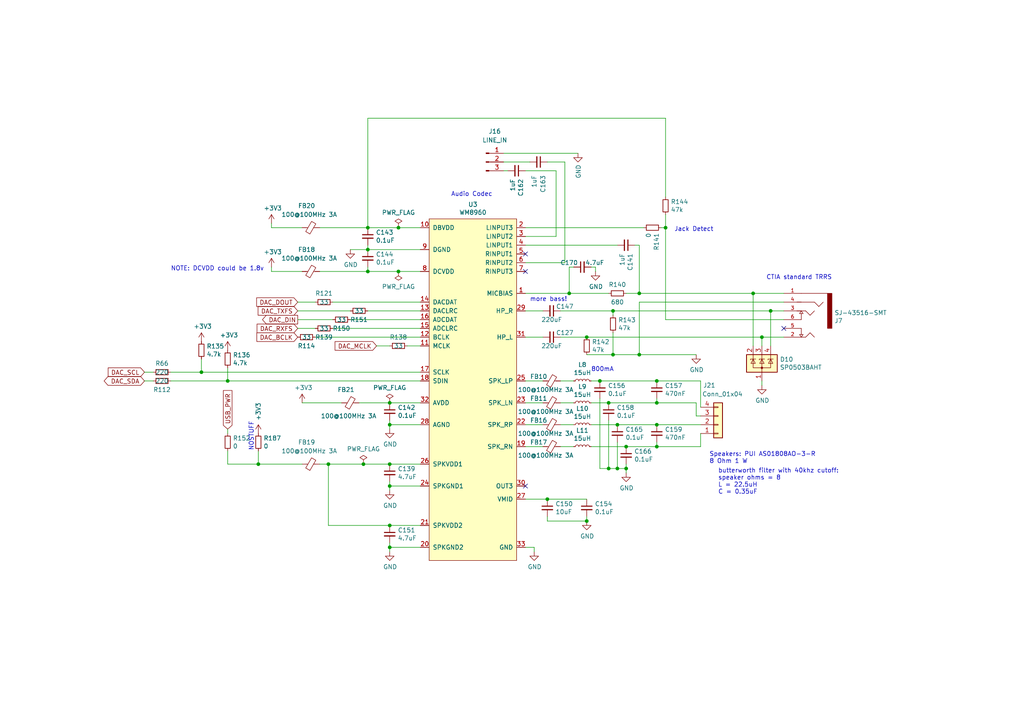
<source format=kicad_sch>
(kicad_sch (version 20211123) (generator eeschema)
  (paper "A4")
  (title_block (title "Reform 2 Audio") (date "2022-10-12") (rev "2.5D-1") (company "MNT Research GmbH") (comment 1 "https://mntre.com") (comment 2 "Engineer: Lukas F. Hartmann") (comment 3 "License: CERN-OHL-S 2.0"))
  (lib_symbols
    (symbol "Connector:Conn_01x03_Male" (pin_names (offset 1.016) hide)
      (property "Reference" "J" (at 0 5.08 0))
      (property "Value" "Conn_01x03_Male" (at 0 -5.08 0))
      (symbol "Conn_01x03_Male_1_1"
        (polyline (pts (xy 1.27 -2.54) (xy 0.8636 -2.54)) (stroke (width 0.1524)))
        (polyline (pts (xy 1.27 0) (xy 0.8636 0)) (stroke (width 0.1524)))
        (polyline (pts (xy 1.27 2.54) (xy 0.8636 2.54)) (stroke (width 0.1524)))
        (rectangle (start 0.8636 -2.413) (end 0 -2.667) (stroke (width 0.1524)) (fill (type outline)))
        (rectangle (start 0.8636 0.127) (end 0 -0.127) (stroke (width 0.1524)) (fill (type outline)))
        (rectangle (start 0.8636 2.667) (end 0 2.413) (stroke (width 0.1524)) (fill (type outline)))
        (pin passive line (at 5.08 2.54 180) (length 3.81) (name "Pin_1") (number "1"))
        (pin passive line (at 5.08 0 180) (length 3.81) (name "Pin_2") (number "2"))
        (pin passive line (at 5.08 -2.54 180) (length 3.81) (name "Pin_3") (number "3"))
      )
    )
    (symbol "Connector_Generic:Conn_01x04" (pin_names (offset 1.016) hide)
      (property "Reference" "J" (at 0 5.08 0))
      (property "Value" "Conn_01x04" (at 0 -7.62 0))
      (symbol "Conn_01x04_1_1"
        (rectangle (start -1.27 -4.953) (end 0 -5.207) (stroke (width 0.1524)))
        (rectangle (start -1.27 -2.413) (end 0 -2.667) (stroke (width 0.1524)))
        (rectangle (start -1.27 0.127) (end 0 -0.127) (stroke (width 0.1524)))
        (rectangle (start -1.27 2.667) (end 0 2.413) (stroke (width 0.1524)))
        (rectangle (start -1.27 3.81) (end 1.27 -6.35) (stroke (width 0.254)) (fill (type background)))
        (pin passive line (at -5.08 2.54 0) (length 3.81) (name "Pin_1") (number "1"))
        (pin passive line (at -5.08 0 0) (length 3.81) (name "Pin_2") (number "2"))
        (pin passive line (at -5.08 -2.54 0) (length 3.81) (name "Pin_3") (number "3"))
        (pin passive line (at -5.08 -5.08 0) (length 3.81) (name "Pin_4") (number "4"))
      )
    )
    (symbol "Device:C_Small" (pin_numbers hide) (pin_names (offset 0.254) hide)
      (property "Reference" "C" (at 0.254 1.778 0))
      (property "Value" "C_Small" (at 0.254 -2.032 0))
      (symbol "C_Small_0_1"
        (polyline (pts (xy -1.524 -0.508) (xy 1.524 -0.508)) (stroke (width 0.3302)))
        (polyline (pts (xy -1.524 0.508) (xy 1.524 0.508)) (stroke (width 0.3048)))
      )
      (symbol "C_Small_1_1"
        (pin passive line (at 0 2.54 270) (length 2.032) (name "~") (number "1"))
        (pin passive line (at 0 -2.54 90) (length 2.032) (name "~") (number "2"))
      )
    )
    (symbol "Device:FerriteBead_Small" (pin_numbers hide) (pin_names (offset 0))
      (property "Reference" "FB" (at 1.905 1.27 0))
      (property "Value" "FerriteBead_Small" (at 1.905 -1.27 0))
      (symbol "FerriteBead_Small_0_1"
        (polyline (pts (xy 0 -1.27) (xy 0 -0.7874)))
        (polyline (pts (xy 0 0.889) (xy 0 1.2954)))
        (polyline (pts (xy -1.8288 0.2794) (xy -1.1176 1.4986) (xy 1.8288 -0.2032) (xy 1.1176 -1.4224) (xy -1.8288 0.2794)))
      )
      (symbol "FerriteBead_Small_1_1"
        (pin passive line (at 0 2.54 270) (length 1.27) (name "~") (number "1"))
        (pin passive line (at 0 -2.54 90) (length 1.27) (name "~") (number "2"))
      )
    )
    (symbol "Device:L_Small" (pin_numbers hide) (pin_names (offset 0.254) hide)
      (property "Reference" "L" (at 0.762 1.016 0))
      (property "Value" "L_Small" (at 0.762 -1.016 0))
      (symbol "L_Small_0_1"
        (arc (start 0 -2.032) (mid 0.508 -1.524) (end 0 -1.016))
        (arc (start 0 -1.016) (mid 0.508 -0.508) (end 0 0))
        (arc (start 0 0) (mid 0.508 0.508) (end 0 1.016))
        (arc (start 0 1.016) (mid 0.508 1.524) (end 0 2.032))
      )
      (symbol "L_Small_1_1"
        (pin passive line (at 0 2.54 270) (length 0.508) (name "~") (number "1"))
        (pin passive line (at 0 -2.54 90) (length 0.508) (name "~") (number "2"))
      )
    )
    (symbol "Device:R_Small" (pin_numbers hide) (pin_names (offset 0.254) hide)
      (property "Reference" "R" (at 0.762 0.508 0))
      (property "Value" "R_Small" (at 0.762 -1.016 0))
      (symbol "R_Small_0_1"
        (rectangle (start -0.762 1.778) (end 0.762 -1.778) (stroke (width 0.2032)))
      )
      (symbol "R_Small_1_1"
        (pin passive line (at 0 2.54 270) (length 0.762) (name "~") (number "1"))
        (pin passive line (at 0 -2.54 90) (length 0.762) (name "~") (number "2"))
      )
    )
    (symbol "Power_Protection:SP0503BAHT" (pin_names hide)
      (property "Reference" "D" (at 5.715 2.54 0))
      (property "Value" "SP0503BAHT" (at 5.715 0.635 0))
      (symbol "SP0503BAHT_0_0"
        (pin passive line (at 0 -5.08 90) (length 2.54) (name "A") (number "1"))
      )
      (symbol "SP0503BAHT_0_1"
        (rectangle (start -4.445 2.54) (end 4.445 -2.54) (stroke (width 0.254)) (fill (type background)))
        (circle (center 0 -1.27) (radius 0.254) (fill (type outline)))
        (polyline (pts (xy -2.54 2.54) (xy -2.54 1.27)))
        (polyline (pts (xy 0 -1.27) (xy 0 -2.54)))
        (polyline (pts (xy 0 -1.27) (xy 0 1.27)))
        (polyline (pts (xy 0 2.54) (xy 0 1.27)))
        (polyline (pts (xy 0.635 1.27) (xy 0.762 1.27)))
        (polyline (pts (xy 2.54 2.54) (xy 2.54 1.27)))
        (polyline (pts (xy 0.635 1.27) (xy -0.762 1.27) (xy -0.762 1.016)))
        (polyline (pts (xy -3.302 1.016) (xy -3.302 1.27) (xy -1.905 1.27) (xy -1.778 1.27)))
        (polyline (pts (xy -2.54 1.27) (xy -2.54 -1.27) (xy 2.54 -1.27) (xy 2.54 1.27)))
        (polyline (pts (xy -2.54 1.27) (xy -1.905 0) (xy -3.175 0) (xy -2.54 1.27)))
        (polyline (pts (xy 0.635 0) (xy -0.635 0) (xy 0 1.27) (xy 0.635 0)))
        (polyline (pts (xy 1.778 1.016) (xy 1.778 1.27) (xy 3.175 1.27) (xy 3.302 1.27)))
        (polyline (pts (xy 2.54 1.27) (xy 1.905 0) (xy 3.175 0) (xy 2.54 1.27)))
      )
      (symbol "SP0503BAHT_1_1"
        (pin passive line (at -2.54 5.08 270) (length 2.54) (name "K") (number "2"))
        (pin passive line (at 0 5.08 270) (length 2.54) (name "K") (number "3"))
        (pin passive line (at 2.54 5.08 270) (length 2.54) (name "K") (number "4"))
      )
    )
    (symbol "power:+3V3" (power) (pin_names (offset 0))
      (property "Value" "+3V3" (at 0 3.556 0))
      (symbol "+3V3_0_1"
        (polyline (pts (xy -0.762 1.27) (xy 0 2.54)))
        (polyline (pts (xy 0 0) (xy 0 2.54)))
        (polyline (pts (xy 0 2.54) (xy 0.762 1.27)))
      )
      (symbol "+3V3_1_1"
        (pin power_in line (at 0 0 90) (length 0) hide (name "+3V3") (number "1"))
      )
    )
    (symbol "power:GND" (power) (pin_names (offset 0))
      (property "Value" "GND" (at 0 -3.81 0))
      (symbol "GND_0_1"
        (polyline (pts (xy 0 0) (xy 0 -1.27) (xy 1.27 -1.27) (xy 0 -2.54) (xy -1.27 -1.27) (xy 0 -1.27)))
      )
      (symbol "GND_1_1"
        (pin power_in line (at 0 0 270) (length 0) hide (name "GND") (number "1"))
      )
    )
    (symbol "power:PWR_FLAG" (power) (pin_numbers hide) (pin_names (offset 0) hide)
      (property "Value" "PWR_FLAG" (at 0 3.81 0))
      (symbol "PWR_FLAG_0_0"
        (pin power_out line (at 0 0 90) (length 0) (name "pwr") (number "1"))
      )
      (symbol "PWR_FLAG_0_1"
        (polyline (pts (xy 0 0) (xy 0 1.27) (xy -1.016 1.905) (xy 0 2.54) (xy 1.016 1.905) (xy 0 1.27)))
      )
    )
    (symbol "reform2:SJ-43516-SMT" (pin_names (offset 1.016) hide)
      (property "Reference" "J" (at -7.6454 5.6134 0))
      (property "Value" "SJ-43516-SMT" (at -7.62 -10.668 0))
      (symbol "SJ-43516-SMT_0_0"
        (rectangle (start -8.89 -5.08) (end -7.5946 5.08) (fill (type outline)))
        (polyline (pts (xy -5.08 1.27) (xy -6.35 2.54)) (stroke (width 0.1524)))
        (polyline (pts (xy -3.81 -7.62) (xy -2.54 -6.35)) (stroke (width 0.1524)))
        (polyline (pts (xy -3.81 2.54) (xy -5.08 1.27)) (stroke (width 0.1524)))
        (polyline (pts (xy -2.54 -6.35) (xy -1.27 -7.62)) (stroke (width 0.1524)))
        (polyline (pts (xy -2.54 -1.27) (xy -3.81 0)) (stroke (width 0.1524)))
        (polyline (pts (xy -1.27 -7.62) (xy 0 -7.62)) (stroke (width 0.1524)))
        (polyline (pts (xy -1.27 0) (xy -2.54 -1.27)) (stroke (width 0.1524)))
        (polyline (pts (xy -0.508 -6.858) (xy 0 -7.62)) (stroke (width 0.1524)))
        (polyline (pts (xy -0.508 -0.762) (xy 0 -0.762)) (stroke (width 0.1524)))
        (polyline (pts (xy 0 -7.62) (xy 0.508 -6.858)) (stroke (width 0.1524)))
        (polyline (pts (xy 0 -6.858) (xy -0.508 -6.858)) (stroke (width 0.1524)))
        (polyline (pts (xy 0 -6.858) (xy 0 -5.08)) (stroke (width 0.1524)))
        (polyline (pts (xy 0 -0.762) (xy 0 -2.54)) (stroke (width 0.1524)))
        (polyline (pts (xy 0 -0.762) (xy 0.508 -0.762)) (stroke (width 0.1524)))
        (polyline (pts (xy 0 0) (xy -1.27 0)) (stroke (width 0.1524)))
        (polyline (pts (xy 0 0) (xy -0.508 -0.762)) (stroke (width 0.1524)))
        (polyline (pts (xy 0 5.08) (xy -7.62 5.08)) (stroke (width 0.1524)))
        (polyline (pts (xy 0.508 -6.858) (xy 0 -6.858)) (stroke (width 0.1524)))
        (polyline (pts (xy 0.508 -0.762) (xy 0 0)) (stroke (width 0.1524)))
        (polyline (pts (xy 1.27 0) (xy 0 0)) (stroke (width 0.1524)))
        (polyline (pts (xy 1.27 2.54) (xy -3.81 2.54)) (stroke (width 0.1524)))
        (pin input line (at 5.08 5.08 180) (length 5.08) (name "SLEEVE") (number "1"))
        (pin input line (at 5.08 -7.62 180) (length 5.08) (name "TIP") (number "2"))
        (pin input line (at 5.08 0 180) (length 5.08) (name "RING1") (number "3"))
        (pin input line (at 5.08 2.54 180) (length 5.08) (name "RING2") (number "4"))
        (pin passive line (at 5.08 -5.08 180) (length 5.08) (name "TIP_SWITCH") (number "5"))
        (pin passive line (at 5.08 -2.54 180) (length 5.08) (name "RING_SWITCH") (number "6"))
      )
    )
    (symbol "reform2:WM8960" (pin_names (offset 1.016))
      (property "Reference" "U" (at -1.27 41.91 0))
      (property "Value" "WM8960" (at -1.27 39.37 0))
      (symbol "WM8960_0_0"
        (pin passive line (at 15.24 15.24 180) (length 2.54) (name "MICBIAS") (number "1"))
        (pin power_in line (at -15.24 34.29 0) (length 2.54) (name "DBVDD") (number "10"))
        (pin input line (at -15.24 0 0) (length 2.54) (name "MCLK") (number "11"))
        (pin input line (at -15.24 2.54 0) (length 2.54) (name "BCLK") (number "12"))
        (pin input line (at -15.24 10.16 0) (length 2.54) (name "DACLRC") (number "13"))
        (pin input line (at -15.24 12.7 0) (length 2.54) (name "DACDAT") (number "14"))
        (pin output line (at -15.24 5.08 0) (length 2.54) (name "ADCLRC") (number "15"))
        (pin output line (at -15.24 7.62 0) (length 2.54) (name "ADCDAT") (number "16"))
        (pin input line (at -15.24 -7.62 0) (length 2.54) (name "SCLK") (number "17"))
        (pin input line (at -15.24 -10.16 0) (length 2.54) (name "SDIN") (number "18"))
        (pin output line (at 15.24 -29.21 180) (length 2.54) (name "SPK_RN") (number "19"))
        (pin input line (at 15.24 34.29 180) (length 2.54) (name "LINPUT3") (number "2"))
        (pin power_in line (at -15.24 -58.42 0) (length 2.54) (name "SPKGND2") (number "20"))
        (pin power_in line (at -15.24 -52.07 0) (length 2.54) (name "SPKVDD2") (number "21"))
        (pin output line (at 15.24 -22.86 180) (length 2.54) (name "SPK_RP") (number "22"))
        (pin output line (at 15.24 -16.51 180) (length 2.54) (name "SPK_LN") (number "23"))
        (pin power_in line (at -15.24 -40.64 0) (length 2.54) (name "SPKGND1") (number "24"))
        (pin output line (at 15.24 -10.16 180) (length 2.54) (name "SPK_LP") (number "25"))
        (pin power_in line (at -15.24 -34.29 0) (length 2.54) (name "SPKVDD1") (number "26"))
        (pin passive line (at 15.24 -44.45 180) (length 2.54) (name "VMID") (number "27"))
        (pin power_in line (at -15.24 -22.86 0) (length 2.54) (name "AGND") (number "28"))
        (pin output line (at 15.24 10.16 180) (length 2.54) (name "HP_R") (number "29"))
        (pin input line (at 15.24 31.75 180) (length 2.54) (name "LINPUT2") (number "3"))
        (pin output line (at 15.24 -40.64 180) (length 2.54) (name "OUT3") (number "30"))
        (pin output line (at 15.24 2.54 180) (length 2.54) (name "HP_L") (number "31"))
        (pin power_in line (at -15.24 -16.51 0) (length 2.54) (name "AVDD") (number "32"))
        (pin power_in line (at 15.24 -58.42 180) (length 2.54) (name "GND") (number "33"))
        (pin input line (at 15.24 29.21 180) (length 2.54) (name "LINPUT1") (number "4"))
        (pin input line (at 15.24 26.67 180) (length 2.54) (name "RINPUT1") (number "5"))
        (pin input line (at 15.24 24.13 180) (length 2.54) (name "RINPUT2") (number "6"))
        (pin input line (at 15.24 21.59 180) (length 2.54) (name "RINPUT3") (number "7"))
        (pin power_in line (at -15.24 21.59 0) (length 2.54) (name "DCVDD") (number "8"))
        (pin power_in line (at -15.24 27.94 0) (length 2.54) (name "DGND") (number "9"))
      )
      (symbol "WM8960_0_1"
        (rectangle (start -12.7 36.83) (end 12.7 -62.23) (fill (type background)))
      )
    )
  )
  (junction (at 74.93 134.62))
  (junction (at 193.04 66.04))
  (junction (at 113.03 134.62))
  (junction (at 185.42 102.87))
  (junction (at 173.99 110.49))
  (junction (at 113.03 158.75))
  (junction (at 113.03 152.4))
  (junction (at 170.18 151.13))
  (junction (at 190.5 123.19))
  (junction (at 190.5 116.84))
  (junction (at 115.57 78.74))
  (junction (at 113.03 116.84))
  (junction (at 115.57 66.04))
  (junction (at 113.03 140.97))
  (junction (at 218.44 85.09))
  (junction (at 66.04 110.49))
  (junction (at 177.8 102.87))
  (junction (at 181.61 135.89))
  (junction (at 105.41 134.62))
  (junction (at 177.8 90.17))
  (junction (at 170.18 97.79))
  (junction (at 185.42 85.09))
  (junction (at 113.03 123.19))
  (junction (at 165.1 85.09))
  (junction (at 176.53 135.89))
  (junction (at 106.68 66.04))
  (junction (at 223.52 90.17))
  (junction (at 190.5 129.54))
  (junction (at 95.25 134.62))
  (junction (at 220.98 97.79))
  (junction (at 58.42 107.95))
  (junction (at 181.61 129.54))
  (junction (at 179.07 123.19))
  (junction (at 106.68 78.74))
  (junction (at 158.75 144.78))
  (junction (at 190.5 110.49))
  (junction (at 179.07 135.89))
  (junction (at 176.53 116.84))
  (junction (at 106.68 72.39))
  (no_connect (at 152.4 140.97))
  (no_connect (at 227.33 95.25))
  (no_connect (at 152.4 73.66))
  (no_connect (at 152.4 78.74))
  (wire (pts (xy 49.53 107.95) (xy 58.42 107.95)))
  (wire (pts (xy 154.94 158.75) (xy 152.4 158.75)))
  (wire (pts (xy 146.05 44.45) (xy 167.64 44.45)))
  (wire (pts (xy 162.56 110.49) (xy 166.37 110.49)))
  (wire (pts (xy 184.15 71.12) (xy 185.42 71.12)))
  (wire (pts (xy 220.98 100.33) (xy 220.98 97.79)))
  (wire (pts (xy 99.06 116.84) (xy 87.63 116.84)))
  (wire (pts (xy 95.25 134.62) (xy 105.41 134.62)))
  (wire (pts (xy 113.03 116.84) (xy 121.92 116.84)))
  (wire (pts (xy 49.53 110.49) (xy 66.04 110.49)))
  (wire (pts (xy 96.52 87.63) (xy 121.92 87.63)))
  (wire (pts (xy 58.42 104.14) (xy 58.42 107.95)))
  (wire (pts (xy 170.18 151.13) (xy 158.75 151.13)))
  (wire (pts (xy 92.71 66.04) (xy 106.68 66.04)))
  (wire (pts (xy 165.1 77.47) (xy 165.1 85.09)))
  (wire (pts (xy 121.92 72.39) (xy 106.68 72.39)))
  (wire (pts (xy 104.14 116.84) (xy 113.03 116.84)))
  (wire (pts (xy 95.25 152.4) (xy 95.25 134.62)))
  (wire (pts (xy 165.1 77.47) (xy 166.37 77.47)))
  (wire (pts (xy 106.68 72.39) (xy 106.68 71.12)))
  (wire (pts (xy 87.63 134.62) (xy 74.93 134.62)))
  (wire (pts (xy 171.45 116.84) (xy 176.53 116.84)))
  (wire (pts (xy 170.18 97.79) (xy 220.98 97.79)))
  (wire (pts (xy 163.83 76.2) (xy 163.83 46.99)))
  (wire (pts (xy 113.03 140.97) (xy 113.03 139.7)))
  (wire (pts (xy 218.44 85.09) (xy 227.33 85.09)))
  (wire (pts (xy 218.44 100.33) (xy 218.44 85.09)))
  (wire (pts (xy 181.61 135.89) (xy 181.61 134.62)))
  (wire (pts (xy 113.03 142.24) (xy 113.03 140.97)))
  (wire (pts (xy 201.93 120.65) (xy 203.2 120.65)))
  (wire (pts (xy 121.92 78.74) (xy 115.57 78.74)))
  (wire (pts (xy 165.1 85.09) (xy 152.4 85.09)))
  (wire (pts (xy 109.22 100.33) (xy 113.03 100.33)))
  (wire (pts (xy 181.61 137.16) (xy 181.61 135.89)))
  (wire (pts (xy 157.48 90.17) (xy 152.4 90.17)))
  (wire (pts (xy 101.6 72.39) (xy 106.68 72.39)))
  (wire (pts (xy 163.83 46.99) (xy 158.75 46.99)))
  (wire (pts (xy 190.5 110.49) (xy 203.2 110.49)))
  (wire (pts (xy 158.75 144.78) (xy 170.18 144.78)))
  (wire (pts (xy 152.4 68.58) (xy 161.29 68.58)))
  (wire (pts (xy 201.93 102.87) (xy 185.42 102.87)))
  (wire (pts (xy 66.04 130.81) (xy 66.04 134.62)))
  (wire (pts (xy 176.53 85.09) (xy 165.1 85.09)))
  (wire (pts (xy 157.48 97.79) (xy 152.4 97.79)))
  (wire (pts (xy 179.07 128.27) (xy 179.07 135.89)))
  (wire (pts (xy 91.44 95.25) (xy 86.36 95.25)))
  (wire (pts (xy 227.33 92.71) (xy 193.04 92.71)))
  (wire (pts (xy 185.42 102.87) (xy 177.8 102.87)))
  (wire (pts (xy 190.5 129.54) (xy 203.2 129.54)))
  (wire (pts (xy 152.4 110.49) (xy 157.48 110.49)))
  (wire (pts (xy 121.92 100.33) (xy 118.11 100.33)))
  (wire (pts (xy 96.52 95.25) (xy 121.92 95.25)))
  (wire (pts (xy 190.5 116.84) (xy 201.93 116.84)))
  (wire (pts (xy 190.5 128.27) (xy 190.5 129.54)))
  (wire (pts (xy 152.4 129.54) (xy 157.48 129.54)))
  (wire (pts (xy 201.93 116.84) (xy 201.93 120.65)))
  (wire (pts (xy 113.03 124.46) (xy 113.03 123.19)))
  (wire (pts (xy 44.45 110.49) (xy 41.91 110.49)))
  (wire (pts (xy 177.8 102.87) (xy 170.18 102.87)))
  (wire (pts (xy 153.67 46.99) (xy 146.05 46.99)))
  (wire (pts (xy 173.99 110.49) (xy 190.5 110.49)))
  (wire (pts (xy 115.57 78.74) (xy 106.68 78.74)))
  (wire (pts (xy 78.74 78.74) (xy 78.74 77.47)))
  (wire (pts (xy 179.07 123.19) (xy 190.5 123.19)))
  (wire (pts (xy 162.56 123.19) (xy 166.37 123.19)))
  (wire (pts (xy 66.04 124.46) (xy 66.04 125.73)))
  (wire (pts (xy 154.94 160.02) (xy 154.94 158.75)))
  (wire (pts (xy 91.44 97.79) (xy 121.92 97.79)))
  (wire (pts (xy 185.42 87.63) (xy 185.42 102.87)))
  (wire (pts (xy 171.45 123.19) (xy 179.07 123.19)))
  (wire (pts (xy 181.61 129.54) (xy 190.5 129.54)))
  (wire (pts (xy 91.44 87.63) (xy 86.36 87.63)))
  (wire (pts (xy 161.29 49.53) (xy 161.29 68.58)))
  (wire (pts (xy 162.56 97.79) (xy 170.18 97.79)))
  (wire (pts (xy 162.56 90.17) (xy 177.8 90.17)))
  (wire (pts (xy 41.91 107.95) (xy 44.45 107.95)))
  (wire (pts (xy 177.8 96.52) (xy 177.8 102.87)))
  (wire (pts (xy 152.4 71.12) (xy 179.07 71.12)))
  (wire (pts (xy 223.52 90.17) (xy 227.33 90.17)))
  (wire (pts (xy 181.61 85.09) (xy 185.42 85.09)))
  (wire (pts (xy 58.42 107.95) (xy 121.92 107.95)))
  (wire (pts (xy 113.03 158.75) (xy 113.03 157.48)))
  (wire (pts (xy 161.29 49.53) (xy 152.4 49.53)))
  (wire (pts (xy 113.03 152.4) (xy 121.92 152.4)))
  (wire (pts (xy 78.74 66.04) (xy 87.63 66.04)))
  (wire (pts (xy 172.72 77.47) (xy 171.45 77.47)))
  (wire (pts (xy 96.52 92.71) (xy 86.36 92.71)))
  (wire (pts (xy 101.6 92.71) (xy 121.92 92.71)))
  (wire (pts (xy 106.68 66.04) (xy 115.57 66.04)))
  (wire (pts (xy 66.04 134.62) (xy 74.93 134.62)))
  (wire (pts (xy 86.36 90.17) (xy 101.6 90.17)))
  (wire (pts (xy 185.42 87.63) (xy 227.33 87.63)))
  (wire (pts (xy 177.8 90.17) (xy 223.52 90.17)))
  (wire (pts (xy 173.99 135.89) (xy 176.53 135.89)))
  (wire (pts (xy 66.04 106.68) (xy 66.04 110.49)))
  (wire (pts (xy 106.68 34.29) (xy 193.04 34.29)))
  (wire (pts (xy 203.2 110.49) (xy 203.2 118.11)))
  (wire (pts (xy 95.25 152.4) (xy 113.03 152.4)))
  (wire (pts (xy 220.98 111.76) (xy 220.98 110.49)))
  (wire (pts (xy 106.68 78.74) (xy 106.68 77.47)))
  (wire (pts (xy 193.04 34.29) (xy 193.04 57.15)))
  (wire (pts (xy 152.4 123.19) (xy 157.48 123.19)))
  (wire (pts (xy 203.2 129.54) (xy 203.2 125.73)))
  (wire (pts (xy 191.77 66.04) (xy 193.04 66.04)))
  (wire (pts (xy 171.45 129.54) (xy 181.61 129.54)))
  (wire (pts (xy 171.45 110.49) (xy 173.99 110.49)))
  (wire (pts (xy 193.04 66.04) (xy 193.04 62.23)))
  (wire (pts (xy 113.03 134.62) (xy 105.41 134.62)))
  (wire (pts (xy 179.07 135.89) (xy 181.61 135.89)))
  (wire (pts (xy 106.68 90.17) (xy 121.92 90.17)))
  (wire (pts (xy 92.71 134.62) (xy 95.25 134.62)))
  (wire (pts (xy 147.32 49.53) (xy 146.05 49.53)))
  (wire (pts (xy 177.8 91.44) (xy 177.8 90.17)))
  (wire (pts (xy 186.69 66.04) (xy 152.4 66.04)))
  (wire (pts (xy 78.74 78.74) (xy 87.63 78.74)))
  (wire (pts (xy 172.72 78.74) (xy 172.72 77.47)))
  (wire (pts (xy 113.03 134.62) (xy 121.92 134.62)))
  (wire (pts (xy 193.04 92.71) (xy 193.04 66.04)))
  (wire (pts (xy 115.57 66.04) (xy 121.92 66.04)))
  (wire (pts (xy 162.56 116.84) (xy 166.37 116.84)))
  (wire (pts (xy 185.42 85.09) (xy 218.44 85.09)))
  (wire (pts (xy 113.03 140.97) (xy 121.92 140.97)))
  (wire (pts (xy 220.98 97.79) (xy 227.33 97.79)))
  (wire (pts (xy 92.71 78.74) (xy 106.68 78.74)))
  (wire (pts (xy 152.4 116.84) (xy 157.48 116.84)))
  (wire (pts (xy 113.03 160.02) (xy 113.03 158.75)))
  (wire (pts (xy 170.18 151.13) (xy 170.18 149.86)))
  (wire (pts (xy 121.92 123.19) (xy 113.03 123.19)))
  (wire (pts (xy 173.99 115.57) (xy 173.99 135.89)))
  (wire (pts (xy 223.52 100.33) (xy 223.52 90.17)))
  (wire (pts (xy 78.74 64.77) (xy 78.74 66.04)))
  (wire (pts (xy 152.4 144.78) (xy 158.75 144.78)))
  (wire (pts (xy 158.75 151.13) (xy 158.75 149.86)))
  (wire (pts (xy 176.53 116.84) (xy 190.5 116.84)))
  (wire (pts (xy 162.56 129.54) (xy 166.37 129.54)))
  (wire (pts (xy 66.04 110.49) (xy 121.92 110.49)))
  (wire (pts (xy 163.83 76.2) (xy 152.4 76.2)))
  (wire (pts (xy 113.03 158.75) (xy 121.92 158.75)))
  (wire (pts (xy 106.68 66.04) (xy 106.68 34.29)))
  (wire (pts (xy 190.5 115.57) (xy 190.5 116.84)))
  (wire (pts (xy 185.42 71.12) (xy 185.42 85.09)))
  (wire (pts (xy 190.5 123.19) (xy 203.2 123.19)))
  (wire (pts (xy 176.53 135.89) (xy 179.07 135.89)))
  (wire (pts (xy 176.53 121.92) (xy 176.53 135.89)))
  (wire (pts (xy 113.03 123.19) (xy 113.03 121.92)))
  (wire (pts (xy 74.93 134.62) (xy 74.93 130.81)))
  (text "CTIA standard TRRS" (at 222.25 81.28 0) (effects (font (size 1.27 1.27)) (justify left bottom)))
  (text "butterworth filter with 40khz cutoff:\nspeaker ohms = 8\nL = 22.5uH\nC = 0.35uF" (at 208.28 143.51 0) (effects (font (size 1.27 1.27)) (justify left bottom)))
  (text "Jack Detect" (at 195.58 67.31 0) (effects (font (size 1.27 1.27)) (justify left bottom)))
  (text "Audio Codec" (at 130.81 57.15 0) (effects (font (size 1.27 1.27)) (justify left bottom)))
  (text "Speakers: PUI AS01808AO-3-R\n8 Ohm 1 W" (at 205.74 134.62 0) (effects (font (size 1.27 1.27)) (justify left bottom)))
  (text "NOSTUFF" (at 73.66 130.81 90) (effects (font (size 1.27 1.27)) (justify left bottom)))
  (text "NOTE: DCVDD could be 1.8v" (at 49.53 78.74 0) (effects (font (size 1.27 1.27)) (justify left bottom)))
  (text "more bass!" (at 153.67 87.63 0) (effects (font (size 1.27 1.27)) (justify left bottom)))
  (text "800mA" (at 171.45 107.95 0) (effects (font (size 1.27 1.27)) (justify left bottom)))
  (global_label "DAC_SCL" (shape input) (at 41.91 107.95 180) (property "Intersheet References" "${INTERSHEET_REFS}" (effects hide)))
  (global_label "DAC_SDA" (shape bidirectional) (at 41.91 110.49 180) (property "Intersheet References" "${INTERSHEET_REFS}" (effects hide)))
  (global_label "DAC_TXFS" (shape input) (at 86.36 90.17 180) (property "Intersheet References" "${INTERSHEET_REFS}" (effects hide)))
  (global_label "DAC_RXFS" (shape input) (at 86.36 95.25 180) (property "Intersheet References" "${INTERSHEET_REFS}" (effects hide)))
  (global_label "USB_PWR" (shape input) (at 66.04 124.46 90) (property "Intersheet References" "${INTERSHEET_REFS}" (effects hide)))
  (global_label "DAC_BCLK" (shape input) (at 86.36 97.79 180) (property "Intersheet References" "${INTERSHEET_REFS}" (effects hide)))
  (global_label "DAC_DOUT" (shape input) (at 86.36 87.63 180) (property "Intersheet References" "${INTERSHEET_REFS}" (effects hide)))
  (global_label "DAC_DIN" (shape output) (at 86.36 92.71 180) (property "Intersheet References" "${INTERSHEET_REFS}" (effects hide)))
  (global_label "DAC_MCLK" (shape input) (at 109.22 100.33 180) (property "Intersheet References" "${INTERSHEET_REFS}" (effects hide)))
  (symbol (lib_id "Device:R_Small") (at 58.42 101.6 0) (unit 1)
    (property "Reference" "R135" (at 59.9186 100.4316 0) (effects (justify left)))
    (property "Value" "4.7k" (at 59.9186 102.743 0) (effects (justify left)))
    (property "Footprint" "Resistor_SMD:R_0603_1608Metric" (effects hide))
    (property "Manufacturer" "Yageo" (effects hide))
    (property "Manufacturer_No" "RC0603FR-074K7L" (effects hide))
    (property "Checked" "y" (effects hide))
    (property "Distributor" "Mouser" (effects hide))
  )
  (symbol (lib_id "power:+3V3") (at 58.42 99.06 0) (unit 1)
    (property "Reference" "#PWR083" (effects hide))
    (property "Value" "+3V3" (at 58.801 94.6658 0))
  )
  (symbol (lib_id "Device:R_Small") (at 66.04 104.14 0) (unit 1)
    (property "Reference" "R136" (at 67.5386 102.9716 0) (effects (justify left)))
    (property "Value" "4.7k" (at 67.5386 105.283 0) (effects (justify left)))
    (property "Footprint" "Resistor_SMD:R_0603_1608Metric" (effects hide))
    (property "Manufacturer" "Yageo" (effects hide))
    (property "Manufacturer_No" "RC0603FR-074K7L" (effects hide))
    (property "Checked" "y" (effects hide))
    (property "Distributor" "Mouser" (effects hide))
  )
  (symbol (lib_id "power:+3V3") (at 66.04 101.6 0) (unit 1)
    (property "Reference" "#PWR084" (effects hide))
    (property "Value" "+3V3" (at 66.421 97.2058 0))
  )
  (symbol (lib_id "reform2:SJ-43516-SMT") (at 232.41 90.17 0) (mirror y) (unit 1)
    (property "Reference" "J7" (at 242.0112 93.0402 0) (effects (justify right)))
    (property "Value" "SJ-43516-SMT" (at 242.0112 90.7288 0) (effects (justify right)))
    (property "Footprint" "footprints:SJ-43516-SMT" (effects hide))
    (property "Manufacturer" "CUI" (effects hide))
    (property "Manufacturer_No" "SJ-43516-SMT-TR" (effects hide))
    (property "Checked" "y" (effects hide))
    (property "Distributor" "Mouser" (effects hide))
  )
  (symbol (lib_id "Device:C_Small") (at 190.5 113.03 0) (unit 1)
    (property "Reference" "C157" (at 192.8368 111.8616 0) (effects (justify left)))
    (property "Value" "470nF" (at 192.8368 114.173 0) (effects (justify left)))
    (property "Footprint" "Capacitor_SMD:C_0603_1608Metric" (effects hide))
    (property "Manufacturer" "Taiyo Yuden" (effects hide))
    (property "Manufacturer_No" "TMK107B7474KA-TR" (effects hide))
    (property "Checked" "y" (effects hide))
    (property "Distributor" "Mouser" (effects hide))
  )
  (symbol (lib_id "Device:C_Small") (at 190.5 125.73 0) (unit 1)
    (property "Reference" "C159" (at 192.8368 124.5616 0) (effects (justify left)))
    (property "Value" "470nF" (at 192.8368 126.873 0) (effects (justify left)))
    (property "Footprint" "Capacitor_SMD:C_0603_1608Metric" (effects hide))
    (property "Manufacturer" "Taiyo Yuden" (effects hide))
    (property "Manufacturer_No" "TMK107B7474KA-TR" (effects hide))
    (property "Checked" "y" (effects hide))
    (property "Distributor" "Mouser" (effects hide))
  )
  (symbol (lib_id "power:PWR_FLAG") (at 115.57 78.74 180) (unit 1)
    (property "Reference" "#FLG0119" (effects hide))
    (property "Value" "PWR_FLAG" (at 115.57 83.1342 0))
  )
  (symbol (lib_id "power:+3V3") (at 78.74 64.77 0) (unit 1)
    (property "Reference" "#PWR088" (effects hide))
    (property "Value" "+3V3" (at 79.121 60.3758 0))
  )
  (symbol (lib_id "Device:C_Small") (at 106.68 68.58 0) (unit 1)
    (property "Reference" "C143" (at 109.0168 67.4116 0) (effects (justify left)))
    (property "Value" "0.1uF" (at 109.0168 69.723 0) (effects (justify left)))
    (property "Footprint" "Capacitor_SMD:C_0603_1608Metric" (effects hide))
    (property "Manufacturer" "Yageo" (effects hide))
    (property "Manufacturer_No" "CC0603JPX7R9BB104" (effects hide))
    (property "Checked" "y" (effects hide))
    (property "Distributor" "Mouser" (effects hide))
  )
  (symbol (lib_id "power:GND") (at 101.6 72.39 0) (unit 1)
    (property "Reference" "#PWR087" (effects hide))
    (property "Value" "GND" (at 101.727 76.7842 0))
  )
  (symbol (lib_id "Device:C_Small") (at 106.68 74.93 0) (unit 1)
    (property "Reference" "C144" (at 109.0168 73.7616 0) (effects (justify left)))
    (property "Value" "0.1uF" (at 109.0168 76.073 0) (effects (justify left)))
    (property "Footprint" "Capacitor_SMD:C_0603_1608Metric" (effects hide))
    (property "Manufacturer" "Yageo" (effects hide))
    (property "Manufacturer_No" "CC0603JPX7R9BB104" (effects hide))
    (property "Checked" "y" (effects hide))
    (property "Distributor" "Mouser" (effects hide))
  )
  (symbol (lib_id "Device:C_Small") (at 158.75 147.32 0) (unit 1)
    (property "Reference" "C150" (at 161.0868 146.1516 0) (effects (justify left)))
    (property "Value" "10uF" (at 161.0868 148.463 0) (effects (justify left)))
    (property "Footprint" "Capacitor_SMD:C_0603_1608Metric" (effects hide))
    (property "Manufacturer" "Murata" (effects hide))
    (property "Manufacturer_No" "GRM188R6YA106MA73D" (effects hide))
    (property "Checked" "y" (effects hide))
    (property "Distributor" "Mouser" (effects hide))
  )
  (symbol (lib_id "Device:C_Small") (at 170.18 147.32 0) (unit 1)
    (property "Reference" "C154" (at 172.5168 146.1516 0) (effects (justify left)))
    (property "Value" "0.1uF" (at 172.5168 148.463 0) (effects (justify left)))
    (property "Footprint" "Capacitor_SMD:C_0603_1608Metric" (effects hide))
    (property "Manufacturer" "Yageo" (effects hide))
    (property "Manufacturer_No" "CC0603JPX7R9BB104" (effects hide))
    (property "Checked" "y" (effects hide))
    (property "Distributor" "Mouser" (effects hide))
  )
  (symbol (lib_id "power:GND") (at 170.18 151.13 0) (unit 1)
    (property "Reference" "#PWR093" (effects hide))
    (property "Value" "GND" (at 170.307 155.5242 0))
  )
  (symbol (lib_id "power:+3V3") (at 87.63 116.84 0) (unit 1)
    (property "Reference" "#PWR085" (effects hide))
    (property "Value" "+3V3" (at 88.011 112.4458 0))
  )
  (symbol (lib_id "Device:C_Small") (at 113.03 119.38 0) (unit 1)
    (property "Reference" "C142" (at 115.3668 118.2116 0) (effects (justify left)))
    (property "Value" "0.1uF" (at 115.3668 120.523 0) (effects (justify left)))
    (property "Footprint" "Capacitor_SMD:C_0603_1608Metric" (effects hide))
    (property "Manufacturer" "Yageo" (effects hide))
    (property "Manufacturer_No" "CC0603JPX7R9BB104" (effects hide))
    (property "Checked" "y" (effects hide))
    (property "Distributor" "Mouser" (effects hide))
  )
  (symbol (lib_id "power:GND") (at 113.03 124.46 0) (unit 1)
    (property "Reference" "#PWR086" (effects hide))
    (property "Value" "GND" (at 113.157 128.8542 0))
  )
  (symbol (lib_id "Device:C_Small") (at 113.03 154.94 0) (unit 1)
    (property "Reference" "C151" (at 115.3668 153.7716 0) (effects (justify left)))
    (property "Value" "4.7uF" (at 115.3668 156.083 0) (effects (justify left)))
    (property "Footprint" "Capacitor_SMD:C_0603_1608Metric" (effects hide))
    (property "Manufacturer" "TDK" (effects hide))
    (property "Manufacturer_No" "C1608X5R1V475K080AC" (effects hide))
    (property "Checked" "y" (effects hide))
    (property "Distributor" "Mouser" (effects hide))
  )
  (symbol (lib_id "power:GND") (at 113.03 160.02 0) (unit 1)
    (property "Reference" "#PWR091" (effects hide))
    (property "Value" "GND" (at 113.157 164.4142 0))
  )
  (symbol (lib_id "Device:R_Small") (at 177.8 93.98 0) (unit 1)
    (property "Reference" "R143" (at 179.2986 92.8116 0) (effects (justify left)))
    (property "Value" "47k" (at 179.2986 95.123 0) (effects (justify left)))
    (property "Footprint" "Resistor_SMD:R_0603_1608Metric" (effects hide))
    (property "Manufacturer" "Vishay Dale" (effects hide))
    (property "Manufacturer_No" "CRCW060347K0FKEAC" (effects hide))
    (property "Distributor" "Mouser" (effects hide))
    (property "Checked" "y" (effects hide))
  )
  (symbol (lib_id "Device:R_Small") (at 170.18 100.33 0) (unit 1)
    (property "Reference" "R142" (at 171.6786 99.1616 0) (effects (justify left)))
    (property "Value" "47k" (at 171.6786 101.473 0) (effects (justify left)))
    (property "Footprint" "Resistor_SMD:R_0603_1608Metric" (effects hide))
    (property "Manufacturer" "Vishay Dale" (effects hide))
    (property "Manufacturer_No" "CRCW060347K0FKEAC" (effects hide))
    (property "Distributor" "Mouser" (effects hide))
    (property "Checked" "y" (effects hide))
  )
  (symbol (lib_id "power:GND") (at 201.93 102.87 0) (unit 1)
    (property "Reference" "#PWR097" (effects hide))
    (property "Value" "GND" (at 202.057 107.2642 0))
  )
  (symbol (lib_id "Device:R_Small") (at 179.07 85.09 90) (unit 1)
    (property "Reference" "R140" (at 179.07 82.55 90))
    (property "Value" "680" (at 179.07 87.63 90))
    (property "Footprint" "Resistor_SMD:R_0603_1608Metric" (effects hide))
    (property "Manufacturer" "Yageo" (effects hide))
    (property "Manufacturer_No" "RC0603FR-07680RL" (effects hide))
    (property "Distributor" "Mouser" (effects hide))
    (property "Checked" "y" (effects hide))
  )
  (symbol (lib_id "Device:C_Small") (at 160.02 90.17 270) (unit 1)
    (property "Reference" "C147" (at 163.83 88.9 90))
    (property "Value" "220uF" (at 160.02 92.71 90))
    (property "Footprint" "Capacitor_SMD:C_1210_3225Metric" (effects hide))
    (property "Manufacturer" "Murata" (effects hide))
    (property "Manufacturer_No" "GRM32ER60J227ME05L" (effects hide))
    (property "Distributor" "Mouser" (effects hide))
  )
  (symbol (lib_id "Device:C_Small") (at 160.02 97.79 270) (unit 1)
    (property "Reference" "C127" (at 163.83 96.52 90))
    (property "Value" "220uF" (at 160.02 100.33 90))
    (property "Footprint" "Capacitor_SMD:C_1210_3225Metric" (effects hide))
    (property "Manufacturer" "Murata" (effects hide))
    (property "Manufacturer_No" "GRM32ER60J227ME05L" (effects hide))
    (property "Distributor" "Mouser" (effects hide))
  )
  (symbol (lib_id "Device:R_Small") (at 115.57 100.33 270) (unit 1)
    (property "Reference" "R138" (at 115.57 97.79 90))
    (property "Value" "33" (at 115.57 100.33 90))
    (property "Footprint" "Resistor_SMD:R_0603_1608Metric" (effects hide))
    (property "Manufacturer" "Vishay Dale" (effects hide))
    (property "Manufacturer_No" "CRCW060333R0FKEAC" (effects hide))
    (property "Distributor" "Mouser" (effects hide))
    (property "Checked" "y" (effects hide))
  )
  (symbol (lib_id "Device:C_Small") (at 149.86 49.53 270) (unit 1)
    (property "Reference" "C162" (at 151.0284 51.8668 0) (effects (justify left)))
    (property "Value" "1uF" (at 148.717 51.8668 0) (effects (justify left)))
    (property "Footprint" "Capacitor_SMD:C_0603_1608Metric" (effects hide))
    (property "Manufacturer" "Taiyo Yuden" (effects hide))
    (property "Manufacturer_No" "UMK107BJ105KA-T" (effects hide))
    (property "Checked" "y" (effects hide))
    (property "Distributor" "Mouser" (effects hide))
  )
  (symbol (lib_id "Device:C_Small") (at 156.21 46.99 270) (unit 1)
    (property "Reference" "C163" (at 157.48 50.8 0) (effects (justify left)))
    (property "Value" "1uF" (at 154.94 50.8 0) (effects (justify left)))
    (property "Footprint" "Capacitor_SMD:C_0603_1608Metric" (effects hide))
    (property "Manufacturer" "Taiyo Yuden" (effects hide))
    (property "Manufacturer_No" "UMK107BJ105KA-T" (effects hide))
    (property "Checked" "y" (effects hide))
    (property "Distributor" "Mouser" (effects hide))
  )
  (symbol (lib_id "Device:C_Small") (at 168.91 77.47 90) (unit 1)
    (property "Reference" "C170" (at 167.64 76.2 90) (effects (justify left)))
    (property "Value" "4.7uF" (at 175.26 76.2 90) (effects (justify left)))
    (property "Footprint" "Capacitor_SMD:C_0603_1608Metric" (effects hide))
    (property "Manufacturer" "TDK" (effects hide))
    (property "Manufacturer_No" "C1608X5R1V475K080AC" (effects hide))
    (property "Checked" "y" (effects hide))
    (property "Distributor" "Mouser" (effects hide))
  )
  (symbol (lib_id "power:GND") (at 172.72 78.74 0) (unit 1)
    (property "Reference" "#PWR0125" (effects hide))
    (property "Value" "GND" (at 172.847 83.1342 0))
  )
  (symbol (lib_id "Device:L_Small") (at 168.91 123.19 90) (unit 1)
    (property "Reference" "L10" (at 168.91 118.491 90))
    (property "Value" "15uH" (at 168.91 120.8024 90))
    (property "Footprint" "Inductor_SMD:L_1210_3225Metric" (effects hide))
    (property "Distributor" "Mouser" (effects hide))
    (property "Manufacturer" "Murata" (effects hide))
    (property "Manufacturer_No" "LQH32PB150MN0L" (effects hide))
    (property "Checked" "y" (effects hide))
  )
  (symbol (lib_id "Device:L_Small") (at 168.91 110.49 90) (unit 1)
    (property "Reference" "L8" (at 168.91 105.791 90))
    (property "Value" "15uH" (at 168.91 108.1024 90))
    (property "Footprint" "Inductor_SMD:L_1210_3225Metric" (effects hide))
    (property "Distributor" "Mouser" (effects hide))
    (property "Manufacturer" "Murata" (effects hide))
    (property "Manufacturer_No" "LQH32PB150MN0L" (effects hide))
    (property "Checked" "y" (effects hide))
  )
  (symbol (lib_id "Device:L_Small") (at 168.91 116.84 90) (unit 1)
    (property "Reference" "L9" (at 168.91 112.141 90))
    (property "Value" "15uH" (at 168.91 114.4524 90))
    (property "Footprint" "Inductor_SMD:L_1210_3225Metric" (effects hide))
    (property "Distributor" "Mouser" (effects hide))
    (property "Manufacturer" "Murata" (effects hide))
    (property "Manufacturer_No" "LQH32PB150MN0L" (effects hide))
    (property "Checked" "y" (effects hide))
  )
  (symbol (lib_id "Device:L_Small") (at 168.91 129.54 90) (unit 1)
    (property "Reference" "L11" (at 168.91 124.841 90))
    (property "Value" "15uH" (at 168.91 127.1524 90))
    (property "Footprint" "Inductor_SMD:L_1210_3225Metric" (effects hide))
    (property "Distributor" "Mouser" (effects hide))
    (property "Manufacturer" "Murata" (effects hide))
    (property "Manufacturer_No" "LQH32PB150MN0L" (effects hide))
    (property "Checked" "y" (effects hide))
  )
  (symbol (lib_id "Device:C_Small") (at 173.99 113.03 0) (unit 1)
    (property "Reference" "C156" (at 176.3268 111.8616 0) (effects (justify left)))
    (property "Value" "0.1uF" (at 176.3268 114.173 0) (effects (justify left)))
    (property "Footprint" "Capacitor_SMD:C_0603_1608Metric" (effects hide))
    (property "Manufacturer" "Yageo" (effects hide))
    (property "Manufacturer_No" "CC0603JPX7R9BB104" (effects hide))
    (property "Checked" "y" (effects hide))
    (property "Distributor" "Mouser" (effects hide))
  )
  (symbol (lib_id "Device:C_Small") (at 176.53 119.38 0) (unit 1)
    (property "Reference" "C158" (at 178.8668 118.2116 0) (effects (justify left)))
    (property "Value" "0.1uF" (at 178.8668 120.523 0) (effects (justify left)))
    (property "Footprint" "Capacitor_SMD:C_0603_1608Metric" (effects hide))
    (property "Manufacturer" "Yageo" (effects hide))
    (property "Manufacturer_No" "CC0603JPX7R9BB104" (effects hide))
    (property "Checked" "y" (effects hide))
    (property "Distributor" "Mouser" (effects hide))
  )
  (symbol (lib_id "Device:C_Small") (at 179.07 125.73 0) (unit 1)
    (property "Reference" "C165" (at 181.4068 124.5616 0) (effects (justify left)))
    (property "Value" "0.1uF" (at 181.4068 126.873 0) (effects (justify left)))
    (property "Footprint" "Capacitor_SMD:C_0603_1608Metric" (effects hide))
    (property "Manufacturer" "Yageo" (effects hide))
    (property "Manufacturer_No" "CC0603JPX7R9BB104" (effects hide))
    (property "Checked" "y" (effects hide))
    (property "Distributor" "Mouser" (effects hide))
  )
  (symbol (lib_id "Device:C_Small") (at 181.61 132.08 0) (unit 1)
    (property "Reference" "C166" (at 183.9468 130.9116 0) (effects (justify left)))
    (property "Value" "0.1uF" (at 183.9468 133.223 0) (effects (justify left)))
    (property "Footprint" "Capacitor_SMD:C_0603_1608Metric" (effects hide))
    (property "Manufacturer" "Yageo" (effects hide))
    (property "Manufacturer_No" "CC0603JPX7R9BB104" (effects hide))
    (property "Checked" "y" (effects hide))
    (property "Distributor" "Mouser" (effects hide))
  )
  (symbol (lib_id "power:GND") (at 181.61 137.16 0) (unit 1)
    (property "Reference" "#PWR048" (effects hide))
    (property "Value" "GND" (at 181.737 141.5542 0))
  )
  (symbol (lib_id "Device:FerriteBead_Small") (at 160.02 110.49 90) (unit 1)
    (property "Reference" "FB10" (at 158.75 109.22 90) (effects (justify left)))
    (property "Value" "100@100MHz 3A" (at 166.37 113.03 90) (effects (justify left)))
    (property "Footprint" "Inductor_SMD:L_0603_1608Metric" (effects hide))
    (property "Manufacturer" "Murata" (effects hide))
    (property "Manufacturer_No" "BLM18KG101TN1D" (effects hide))
    (property "Checked" "y" (effects hide))
    (property "Distributor" "Mouser" (effects hide))
  )
  (symbol (lib_id "Device:FerriteBead_Small") (at 160.02 116.84 90) (unit 1)
    (property "Reference" "FB11" (at 158.75 115.57 90) (effects (justify left)))
    (property "Value" "100@100MHz 3A" (at 166.37 119.38 90) (effects (justify left)))
    (property "Footprint" "Inductor_SMD:L_0603_1608Metric" (effects hide))
    (property "Manufacturer" "Murata" (effects hide))
    (property "Manufacturer_No" "BLM18KG101TN1D" (effects hide))
    (property "Checked" "y" (effects hide))
    (property "Distributor" "Mouser" (effects hide))
  )
  (symbol (lib_id "Device:FerriteBead_Small") (at 160.02 123.19 90) (unit 1)
    (property "Reference" "FB16" (at 158.75 121.92 90) (effects (justify left)))
    (property "Value" "100@100MHz 3A" (at 166.37 125.73 90) (effects (justify left)))
    (property "Footprint" "Inductor_SMD:L_0603_1608Metric" (effects hide))
    (property "Manufacturer" "Murata" (effects hide))
    (property "Manufacturer_No" "BLM18KG101TN1D" (effects hide))
    (property "Checked" "y" (effects hide))
    (property "Distributor" "Mouser" (effects hide))
  )
  (symbol (lib_id "Device:FerriteBead_Small") (at 160.02 129.54 90) (unit 1)
    (property "Reference" "FB17" (at 158.75 128.27 90) (effects (justify left)))
    (property "Value" "100@100MHz 3A" (at 166.37 132.08 90) (effects (justify left)))
    (property "Footprint" "Inductor_SMD:L_0603_1608Metric" (effects hide))
    (property "Manufacturer" "Murata" (effects hide))
    (property "Manufacturer_No" "BLM18KG101TN1D" (effects hide))
    (property "Checked" "y" (effects hide))
    (property "Distributor" "Mouser" (effects hide))
  )
  (symbol (lib_id "Device:FerriteBead_Small") (at 90.17 66.04 90) (unit 1)
    (property "Reference" "FB20" (at 91.44 59.69 90) (effects (justify left)))
    (property "Value" "100@100MHz 3A" (at 97.79 62.23 90) (effects (justify left)))
    (property "Footprint" "Inductor_SMD:L_0603_1608Metric" (effects hide))
    (property "Manufacturer" "Murata" (effects hide))
    (property "Manufacturer_No" "BLM18KG101TN1D" (effects hide))
    (property "Checked" "y" (effects hide))
    (property "Distributor" "Mouser" (effects hide))
  )
  (symbol (lib_id "Device:FerriteBead_Small") (at 90.17 78.74 90) (unit 1)
    (property "Reference" "FB18" (at 91.44 72.39 90) (effects (justify left)))
    (property "Value" "100@100MHz 3A" (at 97.79 74.93 90) (effects (justify left)))
    (property "Footprint" "Inductor_SMD:L_0603_1608Metric" (effects hide))
    (property "Manufacturer" "Murata" (effects hide))
    (property "Manufacturer_No" "BLM18KG101TN1D" (effects hide))
    (property "Checked" "y" (effects hide))
    (property "Distributor" "Mouser" (effects hide))
  )
  (symbol (lib_id "Device:FerriteBead_Small") (at 90.17 134.62 90) (unit 1)
    (property "Reference" "FB19" (at 91.44 128.27 90) (effects (justify left)))
    (property "Value" "100@100MHz 3A" (at 97.79 130.81 90) (effects (justify left)))
    (property "Footprint" "Inductor_SMD:L_0603_1608Metric" (effects hide))
    (property "Manufacturer" "Murata" (effects hide))
    (property "Manufacturer_No" "BLM18KG101TN1D" (effects hide))
    (property "Checked" "y" (effects hide))
    (property "Distributor" "Mouser" (effects hide))
  )
  (symbol (lib_id "Device:FerriteBead_Small") (at 101.6 116.84 90) (unit 1)
    (property "Reference" "FB21" (at 102.87 113.03 90) (effects (justify left)))
    (property "Value" "100@100MHz 3A" (at 109.22 120.65 90) (effects (justify left)))
    (property "Footprint" "Inductor_SMD:L_0603_1608Metric" (effects hide))
    (property "Manufacturer" "Murata" (effects hide))
    (property "Manufacturer_No" "BLM18KG101TN1D" (effects hide))
    (property "Checked" "y" (effects hide))
    (property "Distributor" "Mouser" (effects hide))
  )
  (symbol (lib_id "Power_Protection:SP0503BAHT") (at 220.98 105.41 0) (unit 1)
    (property "Reference" "D10" (at 226.187 104.2416 0) (effects (justify left)))
    (property "Value" "SP0503BAHT" (at 226.187 106.553 0) (effects (justify left)))
    (property "Footprint" "Package_TO_SOT_SMD:SOT-143" (effects hide))
    (property "Datasheet" "http://www.littelfuse.com/~/media/files/littelfuse/technical%20resources/documents/data%20sheets/sp05xxba.pdf" (effects hide))
    (property "Distributor" "Mouser" (effects hide))
    (property "Manufacturer" "Littelfuse" (effects hide))
    (property "Manufacturer_No" "SP0503BAHT" (effects hide))
    (property "Checked" "y" (effects hide))
  )
  (symbol (lib_id "power:GND") (at 220.98 111.76 0) (unit 1)
    (property "Reference" "#PWR0244" (effects hide))
    (property "Value" "GND" (at 221.107 116.1542 0))
  )
  (symbol (lib_id "Device:R_Small") (at 88.9 97.79 90) (unit 1)
    (property "Reference" "R114" (at 88.9 100.33 90))
    (property "Value" "33" (at 88.9 97.79 90))
    (property "Footprint" "Resistor_SMD:R_0603_1608Metric" (effects hide))
    (property "Manufacturer" "Vishay Dale" (effects hide))
    (property "Manufacturer_No" "CRCW060333R0FKEAC" (effects hide))
    (property "Distributor" "Mouser" (effects hide))
    (property "Checked" "y" (effects hide))
  )
  (symbol (lib_id "Device:R_Small") (at 93.98 95.25 90) (unit 1)
    (property "Reference" "R139" (at 93.98 97.79 90))
    (property "Value" "33" (at 93.98 95.25 90))
    (property "Footprint" "Resistor_SMD:R_0603_1608Metric" (effects hide))
    (property "Manufacturer" "Vishay Dale" (effects hide))
    (property "Manufacturer_No" "CRCW060333R0FKEAC" (effects hide))
    (property "Distributor" "Mouser" (effects hide))
    (property "Checked" "y" (effects hide))
  )
  (symbol (lib_id "Device:R_Small") (at 99.06 92.71 90) (unit 1)
    (property "Reference" "R150" (at 99.06 95.25 90))
    (property "Value" "33" (at 99.06 92.71 90))
    (property "Footprint" "Resistor_SMD:R_0603_1608Metric" (effects hide))
    (property "Manufacturer" "Vishay Dale" (effects hide))
    (property "Manufacturer_No" "CRCW060333R0FKEAC" (effects hide))
    (property "Distributor" "Mouser" (effects hide))
    (property "Checked" "y" (effects hide))
  )
  (symbol (lib_id "Device:R_Small") (at 104.14 90.17 90) (unit 1)
    (property "Reference" "R151" (at 104.14 92.71 90))
    (property "Value" "33" (at 104.14 90.17 90))
    (property "Footprint" "Resistor_SMD:R_0603_1608Metric" (effects hide))
    (property "Manufacturer" "Vishay Dale" (effects hide))
    (property "Manufacturer_No" "CRCW060333R0FKEAC" (effects hide))
    (property "Distributor" "Mouser" (effects hide))
    (property "Checked" "y" (effects hide))
  )
  (symbol (lib_id "Device:R_Small") (at 93.98 87.63 90) (unit 1)
    (property "Reference" "R121" (at 93.98 85.09 90))
    (property "Value" "33" (at 93.98 87.63 90))
    (property "Footprint" "Resistor_SMD:R_0603_1608Metric" (effects hide))
    (property "Manufacturer" "Vishay Dale" (effects hide))
    (property "Manufacturer_No" "CRCW060333R0FKEAC" (effects hide))
    (property "Distributor" "Mouser" (effects hide))
    (property "Checked" "y" (effects hide))
  )
  (symbol (lib_id "Device:R_Small") (at 46.99 107.95 90) (unit 1)
    (property "Reference" "R66" (at 46.99 105.41 90))
    (property "Value" "220" (at 46.99 107.95 90))
    (property "Footprint" "Resistor_SMD:R_0603_1608Metric" (effects hide))
    (property "Manufacturer" "Yageo" (effects hide))
    (property "Manufacturer_No" "RC0603FR-07220RL" (effects hide))
    (property "Checked" "y" (effects hide))
    (property "Distributor" "Mouser" (effects hide))
  )
  (symbol (lib_id "Device:R_Small") (at 46.99 110.49 90) (unit 1)
    (property "Reference" "R112" (at 46.99 113.03 90))
    (property "Value" "220" (at 46.99 110.49 90))
    (property "Footprint" "Resistor_SMD:R_0603_1608Metric" (effects hide))
    (property "Manufacturer" "Yageo" (effects hide))
    (property "Manufacturer_No" "RC0603FR-07220RL" (effects hide))
    (property "Checked" "y" (effects hide))
    (property "Distributor" "Mouser" (effects hide))
  )
  (symbol (lib_id "Connector:Conn_01x03_Male") (at 140.97 46.99 0) (unit 1)
    (property "Reference" "J16" (at 143.51 38.1 0))
    (property "Value" "LINE_IN" (at 143.51 40.64 0))
    (property "Footprint" "Connector_PinHeader_2.00mm:PinHeader_1x03_P2.00mm_Vertical" (effects hide))
    (property "Checked" "y" (effects hide))
  )
  (symbol (lib_id "power:GND") (at 167.64 44.45 0) (unit 1)
    (property "Reference" "#PWR041" (effects hide))
    (property "Value" "GND" (at 167.767 47.7012 90) (effects (justify right)))
  )
  (symbol (lib_id "power:+3V3") (at 78.74 77.47 0) (unit 1)
    (property "Reference" "#PWR0222" (effects hide))
    (property "Value" "+3V3" (at 79.121 73.0758 0))
  )
  (symbol (lib_id "power:PWR_FLAG") (at 115.57 66.04 0) (unit 1)
    (property "Reference" "#FLG0121" (effects hide))
    (property "Value" "PWR_FLAG" (at 115.57 61.6458 0))
  )
  (symbol (lib_id "power:PWR_FLAG") (at 113.03 116.84 0) (unit 1)
    (property "Reference" "#FLG0122" (effects hide))
    (property "Value" "PWR_FLAG" (at 113.03 112.4458 0))
  )
  (symbol (lib_id "reform2:WM8960") (at 137.16 100.33 0) (unit 1)
    (property "Reference" "U3" (at 137.16 59.309 0))
    (property "Value" "WM8960" (at 137.16 61.6204 0))
    (property "Footprint" "Package_DFN_QFN:QFN-32-1EP_5x5mm_P0.5mm_EP3.45x3.45mm_ThermalVias" (effects hide))
    (property "Checked" "y" (effects hide))
    (property "Distributor" "Mouser" (effects hide))
    (property "Manufacturer" "Cirrus Logic" (effects hide))
    (property "Manufacturer_No" "WM8960CGEFL/V" (effects hide))
  )
  (symbol (lib_id "Connector_Generic:Conn_01x04") (at 208.28 123.19 0) (mirror x) (unit 1)
    (property "Reference" "J21" (at 205.74 111.76 0))
    (property "Value" "Conn_01x04" (at 209.55 114.3 0))
    (property "Footprint" "Connector_JST:JST_PH_B4B-PH-K_1x04_P2.00mm_Vertical" (effects hide))
    (property "Checked" "y" (effects hide))
    (property "Distributor" "Digikey" (effects hide))
    (property "Manufacturer" "JST" (effects hide))
    (property "Manufacturer_No" "B4B-PH-K-S(LF)(SN)" (effects hide))
  )
  (symbol (lib_id "Device:C_Small") (at 113.03 137.16 0) (unit 1)
    (property "Reference" "C139" (at 115.3668 135.9916 0) (effects (justify left)))
    (property "Value" "4.7uF" (at 115.3668 138.303 0) (effects (justify left)))
    (property "Footprint" "Capacitor_SMD:C_0603_1608Metric" (effects hide))
    (property "Manufacturer" "TDK" (effects hide))
    (property "Manufacturer_No" "C1608X5R1V475K080AC" (effects hide))
    (property "Checked" "y" (effects hide))
    (property "Distributor" "Mouser" (effects hide))
  )
  (symbol (lib_id "power:GND") (at 113.03 142.24 0) (unit 1)
    (property "Reference" "#PWR0233" (effects hide))
    (property "Value" "GND" (at 113.157 146.6342 0))
  )
  (symbol (lib_id "Device:C_Small") (at 181.61 71.12 270) (unit 1)
    (property "Reference" "C141" (at 182.7784 73.4568 0) (effects (justify left)))
    (property "Value" "1uF" (at 180.467 73.4568 0) (effects (justify left)))
    (property "Footprint" "Capacitor_SMD:C_0603_1608Metric" (effects hide))
    (property "Manufacturer" "Taiyo Yuden" (effects hide))
    (property "Manufacturer_No" "UMK107BJ105KA-T" (effects hide))
    (property "Checked" "y" (effects hide))
    (property "Distributor" "Mouser" (effects hide))
  )
  (symbol (lib_id "power:GND") (at 154.94 160.02 0) (unit 1)
    (property "Reference" "#PWR0179" (effects hide))
    (property "Value" "GND" (at 155.067 164.4142 0))
  )
  (symbol (lib_id "Device:R_Small") (at 189.23 66.04 270) (unit 1)
    (property "Reference" "R141" (at 190.3984 67.5386 0) (effects (justify left)))
    (property "Value" "0" (at 188.087 67.5386 0) (effects (justify left)))
    (property "Footprint" "Resistor_SMD:R_0603_1608Metric" (effects hide))
    (property "Manufacturer" "Vishay Dale" (effects hide))
    (property "Manufacturer_No" "CRCW06030000Z0EAC" (effects hide))
    (property "Distributor" "Mouser" (effects hide))
    (property "Checked" "y" (effects hide))
  )
  (symbol (lib_id "Device:R_Small") (at 193.04 59.69 0) (unit 1)
    (property "Reference" "R144" (at 194.5386 58.5216 0) (effects (justify left)))
    (property "Value" "47k" (at 194.5386 60.833 0) (effects (justify left)))
    (property "Footprint" "Resistor_SMD:R_0603_1608Metric" (effects hide))
    (property "Distributor" "Mouser" (effects hide))
    (property "Checked" "y" (effects hide))
    (property "Manufacturer" "Vishay Dale" (effects hide))
    (property "Manufacturer_No" "CRCW060347K0FKEAC" (effects hide))
  )
  (symbol (lib_id "Device:R_Small") (at 74.93 128.27 0) (unit 1)
    (property "Reference" "R187" (at 76.4286 127.1016 0) (effects (justify left)))
    (property "Value" "0" (at 76.4286 129.413 0) (effects (justify left)))
    (property "Footprint" "Resistor_SMD:R_0603_1608Metric" (effects hide))
    (property "Distributor" "Mouser" (effects hide))
    (property "Checked" "y" (effects hide))
    (property "Manufacturer" "Vishay Dale" (effects hide))
    (property "Manufacturer_No" "CRCW06030000Z0EAC" (effects hide))
    (property "DNP" "y" (effects hide))
  )
  (symbol (lib_id "power:+3V3") (at 74.93 125.73 0) (unit 1)
    (property "Reference" "#PWR0245" (effects hide))
    (property "Value" "+3V3" (at 74.93 119.38 90))
  )
  (symbol (lib_id "Device:R_Small") (at 66.04 128.27 0) (unit 1)
    (property "Reference" "R152" (at 67.5386 127.1016 0) (effects (justify left)))
    (property "Value" "0" (at 67.5386 129.413 0) (effects (justify left)))
    (property "Footprint" "Resistor_SMD:R_0603_1608Metric" (effects hide))
    (property "Distributor" "Mouser" (effects hide))
    (property "Checked" "y" (effects hide))
    (property "Manufacturer" "Vishay Dale" (effects hide))
    (property "Manufacturer_No" "CRCW06030000Z0EAC" (effects hide))
  )
  (symbol (lib_id "power:PWR_FLAG") (at 105.41 134.62 0) (unit 1)
    (property "Reference" "#FLG0101" (effects hide))
    (property "Value" "PWR_FLAG" (at 105.41 130.2258 0))
  )
)
</source>
